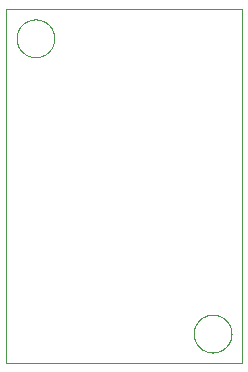
<source format=gko>
G75*
%MOIN*%
%OFA0B0*%
%FSLAX25Y25*%
%IPPOS*%
%LPD*%
%AMOC8*
5,1,8,0,0,1.08239X$1,22.5*
%
%ADD10C,0.00000*%
D10*
X0007905Y0079458D02*
X0007905Y0197568D01*
X0086646Y0197568D01*
X0086646Y0079458D01*
X0007905Y0079458D01*
X0070504Y0089300D02*
X0070506Y0089458D01*
X0070512Y0089616D01*
X0070522Y0089774D01*
X0070536Y0089932D01*
X0070554Y0090089D01*
X0070575Y0090246D01*
X0070601Y0090402D01*
X0070631Y0090558D01*
X0070664Y0090713D01*
X0070702Y0090866D01*
X0070743Y0091019D01*
X0070788Y0091171D01*
X0070837Y0091322D01*
X0070890Y0091471D01*
X0070946Y0091619D01*
X0071006Y0091765D01*
X0071070Y0091910D01*
X0071138Y0092053D01*
X0071209Y0092195D01*
X0071283Y0092335D01*
X0071361Y0092472D01*
X0071443Y0092608D01*
X0071527Y0092742D01*
X0071616Y0092873D01*
X0071707Y0093002D01*
X0071802Y0093129D01*
X0071899Y0093254D01*
X0072000Y0093376D01*
X0072104Y0093495D01*
X0072211Y0093612D01*
X0072321Y0093726D01*
X0072434Y0093837D01*
X0072549Y0093946D01*
X0072667Y0094051D01*
X0072788Y0094153D01*
X0072911Y0094253D01*
X0073037Y0094349D01*
X0073165Y0094442D01*
X0073295Y0094532D01*
X0073428Y0094618D01*
X0073563Y0094702D01*
X0073699Y0094781D01*
X0073838Y0094858D01*
X0073979Y0094930D01*
X0074121Y0095000D01*
X0074265Y0095065D01*
X0074411Y0095127D01*
X0074558Y0095185D01*
X0074707Y0095240D01*
X0074857Y0095291D01*
X0075008Y0095338D01*
X0075160Y0095381D01*
X0075313Y0095420D01*
X0075468Y0095456D01*
X0075623Y0095487D01*
X0075779Y0095515D01*
X0075935Y0095539D01*
X0076092Y0095559D01*
X0076250Y0095575D01*
X0076407Y0095587D01*
X0076566Y0095595D01*
X0076724Y0095599D01*
X0076882Y0095599D01*
X0077040Y0095595D01*
X0077199Y0095587D01*
X0077356Y0095575D01*
X0077514Y0095559D01*
X0077671Y0095539D01*
X0077827Y0095515D01*
X0077983Y0095487D01*
X0078138Y0095456D01*
X0078293Y0095420D01*
X0078446Y0095381D01*
X0078598Y0095338D01*
X0078749Y0095291D01*
X0078899Y0095240D01*
X0079048Y0095185D01*
X0079195Y0095127D01*
X0079341Y0095065D01*
X0079485Y0095000D01*
X0079627Y0094930D01*
X0079768Y0094858D01*
X0079907Y0094781D01*
X0080043Y0094702D01*
X0080178Y0094618D01*
X0080311Y0094532D01*
X0080441Y0094442D01*
X0080569Y0094349D01*
X0080695Y0094253D01*
X0080818Y0094153D01*
X0080939Y0094051D01*
X0081057Y0093946D01*
X0081172Y0093837D01*
X0081285Y0093726D01*
X0081395Y0093612D01*
X0081502Y0093495D01*
X0081606Y0093376D01*
X0081707Y0093254D01*
X0081804Y0093129D01*
X0081899Y0093002D01*
X0081990Y0092873D01*
X0082079Y0092742D01*
X0082163Y0092608D01*
X0082245Y0092472D01*
X0082323Y0092335D01*
X0082397Y0092195D01*
X0082468Y0092053D01*
X0082536Y0091910D01*
X0082600Y0091765D01*
X0082660Y0091619D01*
X0082716Y0091471D01*
X0082769Y0091322D01*
X0082818Y0091171D01*
X0082863Y0091019D01*
X0082904Y0090866D01*
X0082942Y0090713D01*
X0082975Y0090558D01*
X0083005Y0090402D01*
X0083031Y0090246D01*
X0083052Y0090089D01*
X0083070Y0089932D01*
X0083084Y0089774D01*
X0083094Y0089616D01*
X0083100Y0089458D01*
X0083102Y0089300D01*
X0083100Y0089142D01*
X0083094Y0088984D01*
X0083084Y0088826D01*
X0083070Y0088668D01*
X0083052Y0088511D01*
X0083031Y0088354D01*
X0083005Y0088198D01*
X0082975Y0088042D01*
X0082942Y0087887D01*
X0082904Y0087734D01*
X0082863Y0087581D01*
X0082818Y0087429D01*
X0082769Y0087278D01*
X0082716Y0087129D01*
X0082660Y0086981D01*
X0082600Y0086835D01*
X0082536Y0086690D01*
X0082468Y0086547D01*
X0082397Y0086405D01*
X0082323Y0086265D01*
X0082245Y0086128D01*
X0082163Y0085992D01*
X0082079Y0085858D01*
X0081990Y0085727D01*
X0081899Y0085598D01*
X0081804Y0085471D01*
X0081707Y0085346D01*
X0081606Y0085224D01*
X0081502Y0085105D01*
X0081395Y0084988D01*
X0081285Y0084874D01*
X0081172Y0084763D01*
X0081057Y0084654D01*
X0080939Y0084549D01*
X0080818Y0084447D01*
X0080695Y0084347D01*
X0080569Y0084251D01*
X0080441Y0084158D01*
X0080311Y0084068D01*
X0080178Y0083982D01*
X0080043Y0083898D01*
X0079907Y0083819D01*
X0079768Y0083742D01*
X0079627Y0083670D01*
X0079485Y0083600D01*
X0079341Y0083535D01*
X0079195Y0083473D01*
X0079048Y0083415D01*
X0078899Y0083360D01*
X0078749Y0083309D01*
X0078598Y0083262D01*
X0078446Y0083219D01*
X0078293Y0083180D01*
X0078138Y0083144D01*
X0077983Y0083113D01*
X0077827Y0083085D01*
X0077671Y0083061D01*
X0077514Y0083041D01*
X0077356Y0083025D01*
X0077199Y0083013D01*
X0077040Y0083005D01*
X0076882Y0083001D01*
X0076724Y0083001D01*
X0076566Y0083005D01*
X0076407Y0083013D01*
X0076250Y0083025D01*
X0076092Y0083041D01*
X0075935Y0083061D01*
X0075779Y0083085D01*
X0075623Y0083113D01*
X0075468Y0083144D01*
X0075313Y0083180D01*
X0075160Y0083219D01*
X0075008Y0083262D01*
X0074857Y0083309D01*
X0074707Y0083360D01*
X0074558Y0083415D01*
X0074411Y0083473D01*
X0074265Y0083535D01*
X0074121Y0083600D01*
X0073979Y0083670D01*
X0073838Y0083742D01*
X0073699Y0083819D01*
X0073563Y0083898D01*
X0073428Y0083982D01*
X0073295Y0084068D01*
X0073165Y0084158D01*
X0073037Y0084251D01*
X0072911Y0084347D01*
X0072788Y0084447D01*
X0072667Y0084549D01*
X0072549Y0084654D01*
X0072434Y0084763D01*
X0072321Y0084874D01*
X0072211Y0084988D01*
X0072104Y0085105D01*
X0072000Y0085224D01*
X0071899Y0085346D01*
X0071802Y0085471D01*
X0071707Y0085598D01*
X0071616Y0085727D01*
X0071527Y0085858D01*
X0071443Y0085992D01*
X0071361Y0086128D01*
X0071283Y0086265D01*
X0071209Y0086405D01*
X0071138Y0086547D01*
X0071070Y0086690D01*
X0071006Y0086835D01*
X0070946Y0086981D01*
X0070890Y0087129D01*
X0070837Y0087278D01*
X0070788Y0087429D01*
X0070743Y0087581D01*
X0070702Y0087734D01*
X0070664Y0087887D01*
X0070631Y0088042D01*
X0070601Y0088198D01*
X0070575Y0088354D01*
X0070554Y0088511D01*
X0070536Y0088668D01*
X0070522Y0088826D01*
X0070512Y0088984D01*
X0070506Y0089142D01*
X0070504Y0089300D01*
X0011449Y0187726D02*
X0011451Y0187884D01*
X0011457Y0188042D01*
X0011467Y0188200D01*
X0011481Y0188358D01*
X0011499Y0188515D01*
X0011520Y0188672D01*
X0011546Y0188828D01*
X0011576Y0188984D01*
X0011609Y0189139D01*
X0011647Y0189292D01*
X0011688Y0189445D01*
X0011733Y0189597D01*
X0011782Y0189748D01*
X0011835Y0189897D01*
X0011891Y0190045D01*
X0011951Y0190191D01*
X0012015Y0190336D01*
X0012083Y0190479D01*
X0012154Y0190621D01*
X0012228Y0190761D01*
X0012306Y0190898D01*
X0012388Y0191034D01*
X0012472Y0191168D01*
X0012561Y0191299D01*
X0012652Y0191428D01*
X0012747Y0191555D01*
X0012844Y0191680D01*
X0012945Y0191802D01*
X0013049Y0191921D01*
X0013156Y0192038D01*
X0013266Y0192152D01*
X0013379Y0192263D01*
X0013494Y0192372D01*
X0013612Y0192477D01*
X0013733Y0192579D01*
X0013856Y0192679D01*
X0013982Y0192775D01*
X0014110Y0192868D01*
X0014240Y0192958D01*
X0014373Y0193044D01*
X0014508Y0193128D01*
X0014644Y0193207D01*
X0014783Y0193284D01*
X0014924Y0193356D01*
X0015066Y0193426D01*
X0015210Y0193491D01*
X0015356Y0193553D01*
X0015503Y0193611D01*
X0015652Y0193666D01*
X0015802Y0193717D01*
X0015953Y0193764D01*
X0016105Y0193807D01*
X0016258Y0193846D01*
X0016413Y0193882D01*
X0016568Y0193913D01*
X0016724Y0193941D01*
X0016880Y0193965D01*
X0017037Y0193985D01*
X0017195Y0194001D01*
X0017352Y0194013D01*
X0017511Y0194021D01*
X0017669Y0194025D01*
X0017827Y0194025D01*
X0017985Y0194021D01*
X0018144Y0194013D01*
X0018301Y0194001D01*
X0018459Y0193985D01*
X0018616Y0193965D01*
X0018772Y0193941D01*
X0018928Y0193913D01*
X0019083Y0193882D01*
X0019238Y0193846D01*
X0019391Y0193807D01*
X0019543Y0193764D01*
X0019694Y0193717D01*
X0019844Y0193666D01*
X0019993Y0193611D01*
X0020140Y0193553D01*
X0020286Y0193491D01*
X0020430Y0193426D01*
X0020572Y0193356D01*
X0020713Y0193284D01*
X0020852Y0193207D01*
X0020988Y0193128D01*
X0021123Y0193044D01*
X0021256Y0192958D01*
X0021386Y0192868D01*
X0021514Y0192775D01*
X0021640Y0192679D01*
X0021763Y0192579D01*
X0021884Y0192477D01*
X0022002Y0192372D01*
X0022117Y0192263D01*
X0022230Y0192152D01*
X0022340Y0192038D01*
X0022447Y0191921D01*
X0022551Y0191802D01*
X0022652Y0191680D01*
X0022749Y0191555D01*
X0022844Y0191428D01*
X0022935Y0191299D01*
X0023024Y0191168D01*
X0023108Y0191034D01*
X0023190Y0190898D01*
X0023268Y0190761D01*
X0023342Y0190621D01*
X0023413Y0190479D01*
X0023481Y0190336D01*
X0023545Y0190191D01*
X0023605Y0190045D01*
X0023661Y0189897D01*
X0023714Y0189748D01*
X0023763Y0189597D01*
X0023808Y0189445D01*
X0023849Y0189292D01*
X0023887Y0189139D01*
X0023920Y0188984D01*
X0023950Y0188828D01*
X0023976Y0188672D01*
X0023997Y0188515D01*
X0024015Y0188358D01*
X0024029Y0188200D01*
X0024039Y0188042D01*
X0024045Y0187884D01*
X0024047Y0187726D01*
X0024045Y0187568D01*
X0024039Y0187410D01*
X0024029Y0187252D01*
X0024015Y0187094D01*
X0023997Y0186937D01*
X0023976Y0186780D01*
X0023950Y0186624D01*
X0023920Y0186468D01*
X0023887Y0186313D01*
X0023849Y0186160D01*
X0023808Y0186007D01*
X0023763Y0185855D01*
X0023714Y0185704D01*
X0023661Y0185555D01*
X0023605Y0185407D01*
X0023545Y0185261D01*
X0023481Y0185116D01*
X0023413Y0184973D01*
X0023342Y0184831D01*
X0023268Y0184691D01*
X0023190Y0184554D01*
X0023108Y0184418D01*
X0023024Y0184284D01*
X0022935Y0184153D01*
X0022844Y0184024D01*
X0022749Y0183897D01*
X0022652Y0183772D01*
X0022551Y0183650D01*
X0022447Y0183531D01*
X0022340Y0183414D01*
X0022230Y0183300D01*
X0022117Y0183189D01*
X0022002Y0183080D01*
X0021884Y0182975D01*
X0021763Y0182873D01*
X0021640Y0182773D01*
X0021514Y0182677D01*
X0021386Y0182584D01*
X0021256Y0182494D01*
X0021123Y0182408D01*
X0020988Y0182324D01*
X0020852Y0182245D01*
X0020713Y0182168D01*
X0020572Y0182096D01*
X0020430Y0182026D01*
X0020286Y0181961D01*
X0020140Y0181899D01*
X0019993Y0181841D01*
X0019844Y0181786D01*
X0019694Y0181735D01*
X0019543Y0181688D01*
X0019391Y0181645D01*
X0019238Y0181606D01*
X0019083Y0181570D01*
X0018928Y0181539D01*
X0018772Y0181511D01*
X0018616Y0181487D01*
X0018459Y0181467D01*
X0018301Y0181451D01*
X0018144Y0181439D01*
X0017985Y0181431D01*
X0017827Y0181427D01*
X0017669Y0181427D01*
X0017511Y0181431D01*
X0017352Y0181439D01*
X0017195Y0181451D01*
X0017037Y0181467D01*
X0016880Y0181487D01*
X0016724Y0181511D01*
X0016568Y0181539D01*
X0016413Y0181570D01*
X0016258Y0181606D01*
X0016105Y0181645D01*
X0015953Y0181688D01*
X0015802Y0181735D01*
X0015652Y0181786D01*
X0015503Y0181841D01*
X0015356Y0181899D01*
X0015210Y0181961D01*
X0015066Y0182026D01*
X0014924Y0182096D01*
X0014783Y0182168D01*
X0014644Y0182245D01*
X0014508Y0182324D01*
X0014373Y0182408D01*
X0014240Y0182494D01*
X0014110Y0182584D01*
X0013982Y0182677D01*
X0013856Y0182773D01*
X0013733Y0182873D01*
X0013612Y0182975D01*
X0013494Y0183080D01*
X0013379Y0183189D01*
X0013266Y0183300D01*
X0013156Y0183414D01*
X0013049Y0183531D01*
X0012945Y0183650D01*
X0012844Y0183772D01*
X0012747Y0183897D01*
X0012652Y0184024D01*
X0012561Y0184153D01*
X0012472Y0184284D01*
X0012388Y0184418D01*
X0012306Y0184554D01*
X0012228Y0184691D01*
X0012154Y0184831D01*
X0012083Y0184973D01*
X0012015Y0185116D01*
X0011951Y0185261D01*
X0011891Y0185407D01*
X0011835Y0185555D01*
X0011782Y0185704D01*
X0011733Y0185855D01*
X0011688Y0186007D01*
X0011647Y0186160D01*
X0011609Y0186313D01*
X0011576Y0186468D01*
X0011546Y0186624D01*
X0011520Y0186780D01*
X0011499Y0186937D01*
X0011481Y0187094D01*
X0011467Y0187252D01*
X0011457Y0187410D01*
X0011451Y0187568D01*
X0011449Y0187726D01*
M02*

</source>
